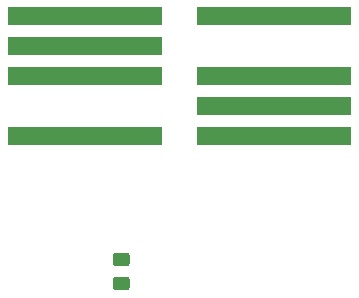
<source format=gtp>
G04 #@! TF.GenerationSoftware,KiCad,Pcbnew,5.1.5*
G04 #@! TF.CreationDate,2020-03-08T11:02:30+01:00*
G04 #@! TF.ProjectId,Flash-Station,466c6173-682d-4537-9461-74696f6e2e6b,rev?*
G04 #@! TF.SameCoordinates,Original*
G04 #@! TF.FileFunction,Paste,Top*
G04 #@! TF.FilePolarity,Positive*
%FSLAX46Y46*%
G04 Gerber Fmt 4.6, Leading zero omitted, Abs format (unit mm)*
G04 Created by KiCad (PCBNEW 5.1.5) date 2020-03-08 11:02:30*
%MOMM*%
%LPD*%
G04 APERTURE LIST*
%ADD10C,0.100000*%
%ADD11R,13.000000X1.600000*%
G04 APERTURE END LIST*
D10*
G36*
X77690505Y-79690204D02*
G01*
X77714773Y-79693804D01*
X77738572Y-79699765D01*
X77761671Y-79708030D01*
X77783850Y-79718520D01*
X77804893Y-79731132D01*
X77824599Y-79745747D01*
X77842777Y-79762223D01*
X77859253Y-79780401D01*
X77873868Y-79800107D01*
X77886480Y-79821150D01*
X77896970Y-79843329D01*
X77905235Y-79866428D01*
X77911196Y-79890227D01*
X77914796Y-79914495D01*
X77916000Y-79938999D01*
X77916000Y-80589001D01*
X77914796Y-80613505D01*
X77911196Y-80637773D01*
X77905235Y-80661572D01*
X77896970Y-80684671D01*
X77886480Y-80706850D01*
X77873868Y-80727893D01*
X77859253Y-80747599D01*
X77842777Y-80765777D01*
X77824599Y-80782253D01*
X77804893Y-80796868D01*
X77783850Y-80809480D01*
X77761671Y-80819970D01*
X77738572Y-80828235D01*
X77714773Y-80834196D01*
X77690505Y-80837796D01*
X77666001Y-80839000D01*
X76765999Y-80839000D01*
X76741495Y-80837796D01*
X76717227Y-80834196D01*
X76693428Y-80828235D01*
X76670329Y-80819970D01*
X76648150Y-80809480D01*
X76627107Y-80796868D01*
X76607401Y-80782253D01*
X76589223Y-80765777D01*
X76572747Y-80747599D01*
X76558132Y-80727893D01*
X76545520Y-80706850D01*
X76535030Y-80684671D01*
X76526765Y-80661572D01*
X76520804Y-80637773D01*
X76517204Y-80613505D01*
X76516000Y-80589001D01*
X76516000Y-79938999D01*
X76517204Y-79914495D01*
X76520804Y-79890227D01*
X76526765Y-79866428D01*
X76535030Y-79843329D01*
X76545520Y-79821150D01*
X76558132Y-79800107D01*
X76572747Y-79780401D01*
X76589223Y-79762223D01*
X76607401Y-79745747D01*
X76627107Y-79731132D01*
X76648150Y-79718520D01*
X76670329Y-79708030D01*
X76693428Y-79699765D01*
X76717227Y-79693804D01*
X76741495Y-79690204D01*
X76765999Y-79689000D01*
X77666001Y-79689000D01*
X77690505Y-79690204D01*
G37*
G36*
X77690505Y-81740204D02*
G01*
X77714773Y-81743804D01*
X77738572Y-81749765D01*
X77761671Y-81758030D01*
X77783850Y-81768520D01*
X77804893Y-81781132D01*
X77824599Y-81795747D01*
X77842777Y-81812223D01*
X77859253Y-81830401D01*
X77873868Y-81850107D01*
X77886480Y-81871150D01*
X77896970Y-81893329D01*
X77905235Y-81916428D01*
X77911196Y-81940227D01*
X77914796Y-81964495D01*
X77916000Y-81988999D01*
X77916000Y-82639001D01*
X77914796Y-82663505D01*
X77911196Y-82687773D01*
X77905235Y-82711572D01*
X77896970Y-82734671D01*
X77886480Y-82756850D01*
X77873868Y-82777893D01*
X77859253Y-82797599D01*
X77842777Y-82815777D01*
X77824599Y-82832253D01*
X77804893Y-82846868D01*
X77783850Y-82859480D01*
X77761671Y-82869970D01*
X77738572Y-82878235D01*
X77714773Y-82884196D01*
X77690505Y-82887796D01*
X77666001Y-82889000D01*
X76765999Y-82889000D01*
X76741495Y-82887796D01*
X76717227Y-82884196D01*
X76693428Y-82878235D01*
X76670329Y-82869970D01*
X76648150Y-82859480D01*
X76627107Y-82846868D01*
X76607401Y-82832253D01*
X76589223Y-82815777D01*
X76572747Y-82797599D01*
X76558132Y-82777893D01*
X76545520Y-82756850D01*
X76535030Y-82734671D01*
X76526765Y-82711572D01*
X76520804Y-82687773D01*
X76517204Y-82663505D01*
X76516000Y-82639001D01*
X76516000Y-81988999D01*
X76517204Y-81964495D01*
X76520804Y-81940227D01*
X76526765Y-81916428D01*
X76535030Y-81893329D01*
X76545520Y-81871150D01*
X76558132Y-81850107D01*
X76572747Y-81830401D01*
X76589223Y-81812223D01*
X76607401Y-81795747D01*
X76627107Y-81781132D01*
X76648150Y-81768520D01*
X76670329Y-81758030D01*
X76693428Y-81749765D01*
X76717227Y-81743804D01*
X76741495Y-81740204D01*
X76765999Y-81739000D01*
X77666001Y-81739000D01*
X77690505Y-81740204D01*
G37*
D11*
X74168000Y-69850000D03*
X74168000Y-64770000D03*
X74168000Y-59690000D03*
X74168000Y-62230000D03*
X90170000Y-59690000D03*
X90170000Y-64770000D03*
X90170000Y-69850000D03*
X90170000Y-67310000D03*
M02*

</source>
